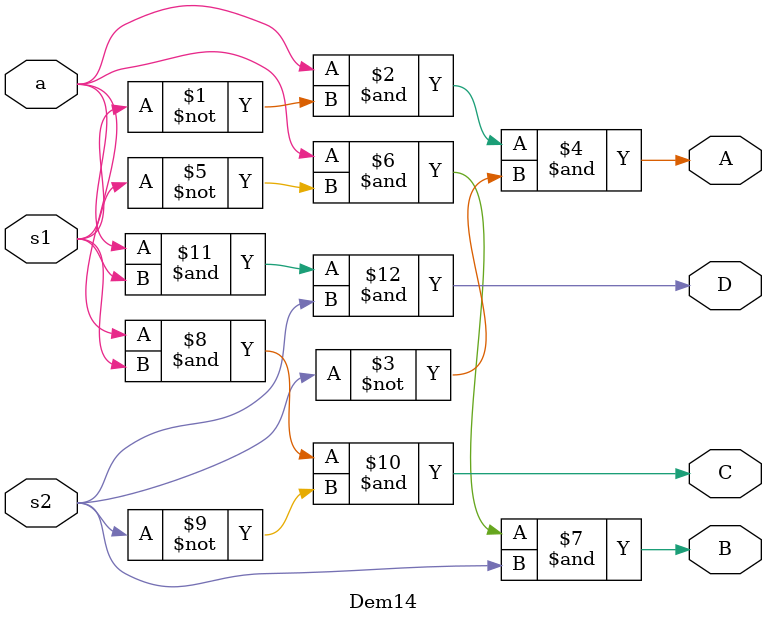
<source format=v>
`timescale 1ns / 1ps


module Dem14(
    input a, s1, s2,
    output A, B, C, D
    );
    
    assign A = a&~s1&~s2;
    assign B = a&~s1&s2;
    assign C = a&s1&~s2;
    assign D = a&s1&s2;
    
endmodule
</source>
